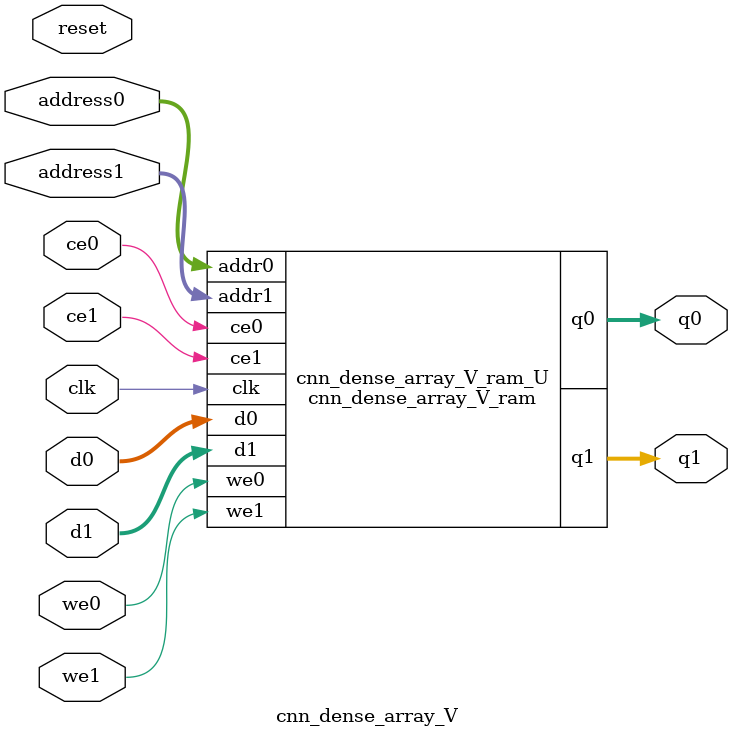
<source format=v>
`timescale 1 ns / 1 ps
module cnn_dense_array_V_ram (addr0, ce0, d0, we0, q0, addr1, ce1, d1, we1, q1,  clk);

parameter DWIDTH = 14;
parameter AWIDTH = 4;
parameter MEM_SIZE = 10;

input[AWIDTH-1:0] addr0;
input ce0;
input[DWIDTH-1:0] d0;
input we0;
output reg[DWIDTH-1:0] q0;
input[AWIDTH-1:0] addr1;
input ce1;
input[DWIDTH-1:0] d1;
input we1;
output reg[DWIDTH-1:0] q1;
input clk;

(* ram_style = "block" *)reg [DWIDTH-1:0] ram[0:MEM_SIZE-1];




always @(posedge clk)  
begin 
    if (ce0) 
    begin
        if (we0) 
        begin 
            ram[addr0] <= d0; 
        end 
        q0 <= ram[addr0];
    end
end


always @(posedge clk)  
begin 
    if (ce1) 
    begin
        if (we1) 
        begin 
            ram[addr1] <= d1; 
        end 
        q1 <= ram[addr1];
    end
end


endmodule

`timescale 1 ns / 1 ps
module cnn_dense_array_V(
    reset,
    clk,
    address0,
    ce0,
    we0,
    d0,
    q0,
    address1,
    ce1,
    we1,
    d1,
    q1);

parameter DataWidth = 32'd14;
parameter AddressRange = 32'd10;
parameter AddressWidth = 32'd4;
input reset;
input clk;
input[AddressWidth - 1:0] address0;
input ce0;
input we0;
input[DataWidth - 1:0] d0;
output[DataWidth - 1:0] q0;
input[AddressWidth - 1:0] address1;
input ce1;
input we1;
input[DataWidth - 1:0] d1;
output[DataWidth - 1:0] q1;



cnn_dense_array_V_ram cnn_dense_array_V_ram_U(
    .clk( clk ),
    .addr0( address0 ),
    .ce0( ce0 ),
    .we0( we0 ),
    .d0( d0 ),
    .q0( q0 ),
    .addr1( address1 ),
    .ce1( ce1 ),
    .we1( we1 ),
    .d1( d1 ),
    .q1( q1 ));

endmodule


</source>
